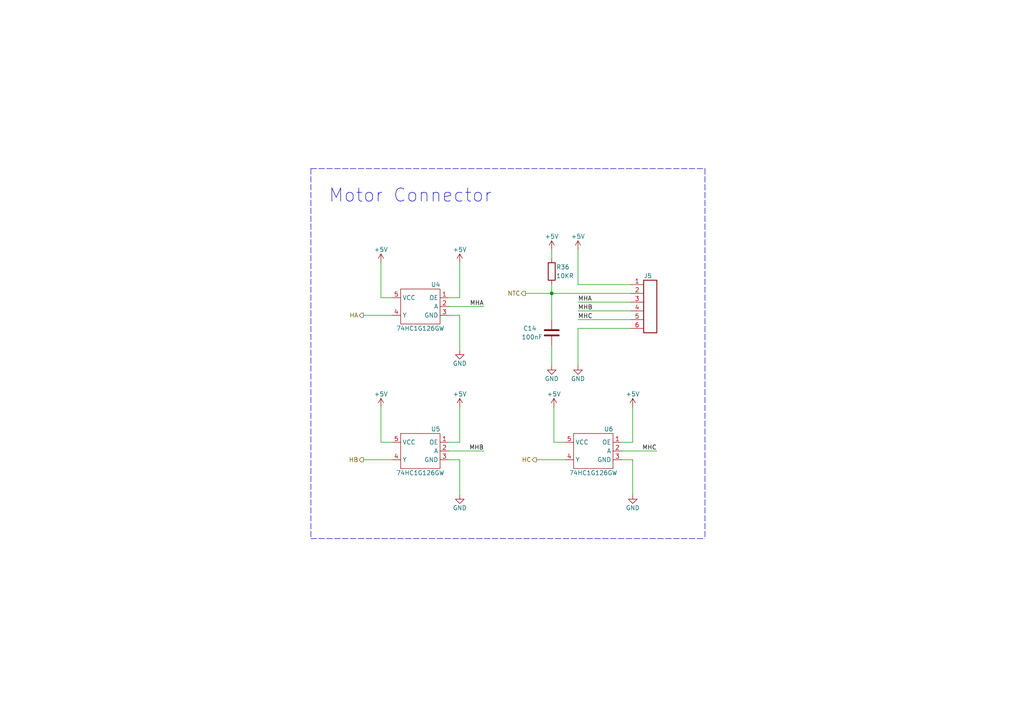
<source format=kicad_sch>
(kicad_sch (version 20211123) (generator eeschema)
  (paper "A4")
  (title_block (title "BLDC Driver 6-Step") (date "2022-03-25") (rev "1.1.1"))
  (lib_symbols
    (symbol "Device:C" (pin_numbers hide) (pin_names (offset 0.254))
      (property "Reference" "C" (at 0.635 2.54 0))
      (property "Value" "C" (at 0.635 -2.54 0))
      (symbol "C_0_1"
        (polyline (pts (xy -2.032 -0.762) (xy 2.032 -0.762)) (stroke (width 0.508)))
        (polyline (pts (xy -2.032 0.762) (xy 2.032 0.762)) (stroke (width 0.508)))
      )
      (symbol "C_1_1"
        (pin passive line (at 0 3.81 270) (length 2.794) (name "~") (number "1"))
        (pin passive line (at 0 -3.81 90) (length 2.794) (name "~") (number "2"))
      )
    )
    (symbol "Device:R" (pin_numbers hide) (pin_names (offset 0))
      (property "Reference" "R" (at 2.032 0 90))
      (property "Value" "R" (at 0 0 90))
      (symbol "R_0_1"
        (rectangle (start -1.016 -2.54) (end 1.016 2.54) (stroke (width 0.254)))
      )
      (symbol "R_1_1"
        (pin passive line (at 0 3.81 270) (length 1.27) (name "~") (number "1"))
        (pin passive line (at 0 -3.81 90) (length 1.27) (name "~") (number "2"))
      )
    )
    (symbol "Library:74HC1G126GW"
      (property "Reference" "U" (at 3.81 11.43 0))
      (property "Value" "74HC1G126GW" (at 8.89 -1.27 0))
      (symbol "74HC1G126GW_0_1"
        (rectangle (start 2.54 10.16) (end 13.97 0))
      )
      (symbol "74HC1G126GW_1_1"
        (pin input line (at 0 7.62 0) (length 2.54) (name "OE") (number "1"))
        (pin input line (at 0 5.08 0) (length 2.54) (name "A") (number "2"))
        (pin power_in line (at 0 2.54 0) (length 2.54) (name "GND") (number "3"))
        (pin output line (at 16.51 2.54 180) (length 2.54) (name "Y") (number "4"))
        (pin power_in line (at 16.51 7.62 180) (length 2.54) (name "VCC") (number "5"))
      )
    )
    (symbol "Library:PH2.0_6P" (pin_names hide)
      (property "Reference" "J" (at 1.27 16.51 0))
      (property "Value" "PH2.0_6P" (at 1.27 -1.27 0))
      (symbol "PH2.0_6P_1_1"
        (rectangle (start 0 15.24) (end 3.81 0) (stroke (width 0.254)))
        (pin passive line (at -3.81 13.97 0) (length 3.81) (name "Pin_1") (number "1"))
        (pin passive line (at -3.81 11.43 0) (length 3.81) (name "Pin_2") (number "2"))
        (pin passive line (at -3.81 8.89 0) (length 3.81) (name "Pin_3") (number "3"))
        (pin passive line (at -3.81 6.35 0) (length 3.81) (name "Pin_4") (number "4"))
        (pin passive line (at -3.81 3.81 0) (length 3.81) (name "Pin_5") (number "5"))
        (pin passive line (at -3.81 1.27 0) (length 3.81) (name "Pin_6") (number "6"))
      )
    )
    (symbol "power:+5V" (power) (pin_names (offset 0))
      (property "Value" "+5V" (at 0 3.556 0))
      (symbol "+5V_0_1"
        (polyline (pts (xy -0.762 1.27) (xy 0 2.54)))
        (polyline (pts (xy 0 0) (xy 0 2.54)))
        (polyline (pts (xy 0 2.54) (xy 0.762 1.27)))
      )
      (symbol "+5V_1_1"
        (pin power_in line (at 0 0 90) (length 0) hide (name "+5V") (number "1"))
      )
    )
    (symbol "power:GND" (power) (pin_names (offset 0))
      (property "Value" "GND" (at 0 -3.81 0))
      (symbol "GND_0_1"
        (polyline (pts (xy 0 0) (xy 0 -1.27) (xy 1.27 -1.27) (xy 0 -2.54) (xy -1.27 -1.27) (xy 0 -1.27)))
      )
      (symbol "GND_1_1"
        (pin power_in line (at 0 0 270) (length 0) hide (name "GND") (number "1"))
      )
    )
  )
  (junction (at 160.02 85.09))
  (wire (pts (xy 130.175 91.44) (xy 133.35 91.44)))
  (wire (pts (xy 160.02 82.55) (xy 160.02 85.09)))
  (wire (pts (xy 167.64 90.17) (xy 182.88 90.17)))
  (wire (pts (xy 155.575 133.35) (xy 163.83 133.35)))
  (wire (pts (xy 167.64 95.25) (xy 167.64 106.045)))
  (wire (pts (xy 130.175 130.81) (xy 140.335 130.81)))
  (wire (pts (xy 183.515 143.51) (xy 183.515 133.35)))
  (wire (pts (xy 130.175 133.35) (xy 133.35 133.35)))
  (wire (pts (xy 160.02 74.93) (xy 160.02 72.39)))
  (wire (pts (xy 133.35 143.51) (xy 133.35 133.35)))
  (wire (pts (xy 110.49 76.2) (xy 110.49 86.36)))
  (wire (pts (xy 180.34 128.27) (xy 183.515 128.27)))
  (wire (pts (xy 182.88 95.25) (xy 167.64 95.25)))
  (wire (pts (xy 160.02 85.09) (xy 182.88 85.09)))
  (wire (pts (xy 167.64 87.63) (xy 182.88 87.63)))
  (wire (pts (xy 167.64 82.55) (xy 167.64 72.39)))
  (wire (pts (xy 180.34 130.81) (xy 190.5 130.81)))
  (wire (pts (xy 160.655 118.11) (xy 160.655 128.27)))
  (wire (pts (xy 160.02 85.09) (xy 160.02 92.71)))
  (polyline (pts (xy 90.17 48.895) (xy 90.17 156.21)))
  (wire (pts (xy 183.515 118.11) (xy 183.515 128.27)))
  (wire (pts (xy 152.4 85.09) (xy 160.02 85.09)))
  (wire (pts (xy 105.41 91.44) (xy 113.665 91.44)))
  (wire (pts (xy 130.175 88.9) (xy 140.335 88.9)))
  (polyline (pts (xy 90.17 48.895) (xy 204.47 48.895)))
  (wire (pts (xy 133.35 76.2) (xy 133.35 86.36)))
  (wire (pts (xy 160.02 100.33) (xy 160.02 106.045)))
  (wire (pts (xy 163.83 128.27) (xy 160.655 128.27)))
  (wire (pts (xy 167.64 92.71) (xy 182.88 92.71)))
  (wire (pts (xy 113.665 86.36) (xy 110.49 86.36)))
  (wire (pts (xy 113.665 128.27) (xy 110.49 128.27)))
  (polyline (pts (xy 90.17 156.21) (xy 204.47 156.21)))
  (polyline (pts (xy 204.47 48.895) (xy 204.47 156.21)))
  (wire (pts (xy 133.35 118.11) (xy 133.35 128.27)))
  (wire (pts (xy 180.34 133.35) (xy 183.515 133.35)))
  (wire (pts (xy 105.41 133.35) (xy 113.665 133.35)))
  (wire (pts (xy 182.88 82.55) (xy 167.64 82.55)))
  (wire (pts (xy 130.175 86.36) (xy 133.35 86.36)))
  (wire (pts (xy 110.49 118.11) (xy 110.49 128.27)))
  (wire (pts (xy 130.175 128.27) (xy 133.35 128.27)))
  (wire (pts (xy 133.35 101.6) (xy 133.35 91.44)))
  (text "Motor Connector\n" (at 95.25 59.055 0) (effects (font (size 3.81 3.81)) (justify left bottom)))
  (label "MHA" (at 167.64 87.63 0))
  (label "MHB" (at 167.64 90.17 0))
  (label "MHC" (at 167.64 92.71 0))
  (label "MHB" (at 140.335 130.81 180))
  (label "MHC" (at 190.5 130.81 180))
  (label "MHA" (at 140.335 88.9 180))
  (hierarchical_label "NTC" (shape output) (at 152.4 85.09 180))
  (hierarchical_label "HB" (shape output) (at 105.41 133.35 180))
  (hierarchical_label "HC" (shape output) (at 155.575 133.35 180))
  (hierarchical_label "HA" (shape output) (at 105.41 91.44 180))
  (symbol (lib_id "power:GND") (at 133.35 101.6 0) (unit 1)
    (property "Reference" "#PWR043" (effects hide))
    (property "Value" "GND" (at 133.35 105.41 0))
  )
  (symbol (lib_id "power:+5V") (at 110.49 118.11 0) (mirror y) (unit 1)
    (property "Reference" "#PWR041" (effects hide))
    (property "Value" "+5V" (at 110.49 114.3 0))
  )
  (symbol (lib_id "Library:PH2.0_6P") (at 186.69 96.52 0) (unit 1)
    (property "Reference" "J5" (at 186.69 80.01 0) (effects (justify left)))
    (property "Value" "GH1.25_6P" (effects hide))
    (property "Footprint" "Connector_JST:JST_GH_BM06B-GHS-TBT_1x06-1MP_P1.25mm_Vertical" (effects hide))
  )
  (symbol (lib_id "power:+5V") (at 167.64 72.39 0) (mirror y) (unit 1)
    (property "Reference" "#PWR049" (effects hide))
    (property "Value" "+5V" (at 167.64 68.58 0))
  )
  (symbol (lib_id "Library:74HC1G126GW") (at 130.175 135.89 0) (mirror y) (unit 1)
    (property "Reference" "U5" (at 126.365 124.46 0))
    (property "Value" "74HC1G126GW" (at 121.92 137.16 0))
    (property "Footprint" "Package_TO_SOT_SMD:SOT-353_SC-70-5" (effects hide))
    (property "Datasheet" "https://item.szlcsc.com/93830.html" (effects hide))
  )
  (symbol (lib_id "Device:C") (at 160.02 96.52 180) (unit 1)
    (property "Reference" "C14" (at 153.67 95.25 0))
    (property "Value" "100nF" (at 154.305 97.79 0))
    (property "Footprint" "Capacitor_SMD:C_0603_1608Metric" (effects hide))
  )
  (symbol (lib_id "power:+5V") (at 160.655 118.11 0) (mirror y) (unit 1)
    (property "Reference" "#PWR048" (effects hide))
    (property "Value" "+5V" (at 160.655 114.3 0))
  )
  (symbol (lib_id "power:+5V") (at 133.35 76.2 0) (mirror y) (unit 1)
    (property "Reference" "#PWR042" (effects hide))
    (property "Value" "+5V" (at 133.35 72.39 0))
  )
  (symbol (lib_id "power:+5V") (at 160.02 72.39 0) (mirror y) (unit 1)
    (property "Reference" "#PWR046" (effects hide))
    (property "Value" "+5V" (at 160.02 68.58 0))
  )
  (symbol (lib_id "power:GND") (at 160.02 106.045 0) (unit 1)
    (property "Reference" "#PWR047" (effects hide))
    (property "Value" "GND" (at 160.02 109.855 0))
  )
  (symbol (lib_id "power:GND") (at 183.515 143.51 0) (unit 1)
    (property "Reference" "#PWR052" (effects hide))
    (property "Value" "GND" (at 183.515 147.32 0))
  )
  (symbol (lib_id "power:+5V") (at 133.35 118.11 0) (mirror y) (unit 1)
    (property "Reference" "#PWR044" (effects hide))
    (property "Value" "+5V" (at 133.35 114.3 0))
  )
  (symbol (lib_id "power:GND") (at 133.35 143.51 0) (unit 1)
    (property "Reference" "#PWR045" (effects hide))
    (property "Value" "GND" (at 133.35 147.32 0))
  )
  (symbol (lib_id "Library:74HC1G126GW") (at 180.34 135.89 0) (mirror y) (unit 1)
    (property "Reference" "U6" (at 176.53 124.46 0))
    (property "Value" "74HC1G126GW" (at 172.085 137.16 0))
    (property "Footprint" "Package_TO_SOT_SMD:SOT-353_SC-70-5" (effects hide))
    (property "Datasheet" "https://item.szlcsc.com/93830.html" (effects hide))
  )
  (symbol (lib_id "Library:74HC1G126GW") (at 130.175 93.98 0) (mirror y) (unit 1)
    (property "Reference" "U4" (at 126.365 82.55 0))
    (property "Value" "74HC1G126GW" (at 121.92 95.25 0))
    (property "Footprint" "Package_TO_SOT_SMD:SOT-353_SC-70-5" (effects hide))
    (property "Datasheet" "https://item.szlcsc.com/93830.html" (effects hide))
  )
  (symbol (lib_id "power:GND") (at 167.64 106.045 0) (unit 1)
    (property "Reference" "#PWR050" (effects hide))
    (property "Value" "GND" (at 167.64 109.855 0))
  )
  (symbol (lib_id "power:+5V") (at 110.49 76.2 0) (mirror y) (unit 1)
    (property "Reference" "#PWR040" (effects hide))
    (property "Value" "+5V" (at 110.49 72.39 0))
  )
  (symbol (lib_id "power:+5V") (at 183.515 118.11 0) (mirror y) (unit 1)
    (property "Reference" "#PWR051" (effects hide))
    (property "Value" "+5V" (at 183.515 114.3 0))
  )
  (symbol (lib_id "Device:R") (at 160.02 78.74 0) (unit 1)
    (property "Reference" "R36" (at 161.29 77.47 0) (effects (justify left)))
    (property "Value" "10KR" (at 161.29 80.01 0) (effects (justify left)))
    (property "Footprint" "Resistor_SMD:R_0603_1608Metric" (effects hide))
  )
)
</source>
